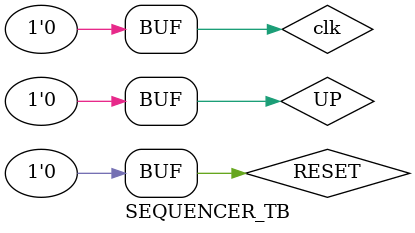
<source format=sv>
`timescale 1 ns/10 ps

module SEQUENCER_TB();
    logic clk;
    localparam T = 20;
    localparam millisecond = 1000000;
    logic sw15,sw14,sw13,sw12,sw11,sw10,sw9,sw8,sw7,sw6,sw5,sw4,sw3,sw2,sw1,sw0;
    logic UP, DOWN, LEFT, RIGHT, CENTER, RESET;
    
    
    // UUT instantiation 
    sequencer UUT(
    .CLK100MHZ(clk),
    .SW0(sw0),
    .SW1(sw1),
    .SW2(sw2),
    .SW3(sw3),
    .SW4(sw4),
    .SW5(sw5),
    .SW6(sw6),
    .SW7(sw7),
    .SW8(sw8),
    .SW9(sw9),
    .SW10(sw10),
    .SW11(sw11),
    .SW12(sw12),
    .SW13(sw13),
    .SW14(sw14),
    .SW15(sw15),
    .BTNU(UP),
    .BTND(DOWN),
    .BTNL(LEFT),
    .BTNR(RIGHT),
    .BTNC(CENTER),
    .CPU_RESETN(RESET)
    );
    
    // Setting clock!
    // 20 ns clock, 10ns high (1'b1), 10ns low (1'b0);
    always
    begin
       clk = 1'b1;
       #(T/2);
       clk = 1'b0;
       #(T/2);
    end
    
    // Reset for half cycle (10ns) to clear any extraneous input
    initial
    begin
      #(20*millisecond);
      RESET = 1'b1;
      #(17*millisecond);
      RESET = 1'b0;
      #(60*millisecond);
      RESET = 1'b1;
      #(17*millisecond);
      RESET = 1'b0;
    end
    
    initial
      begin
        UP = 1;
        #(17*millisecond);
        UP = 0; 
        #(17*millisecond);
        UP = 1;
        #(17*millisecond);
        UP = 0;
        #(17*millisecond);
        UP = 1;
        #(17*millisecond);
        UP = 0;
        #(17*millisecond);
        UP = 1;
        #(17*millisecond);
        UP = 0; 
        #(17*millisecond);
        UP = 1;
        #(17*millisecond);
        UP = 0;
        #(17*millisecond);
        UP = 1;
        #(17*millisecond);
        UP = 0;
        #(17*millisecond);
        UP = 1;
        #(17*millisecond);
        UP = 0; 
        #(17*millisecond);
        UP = 1;
        #(17*millisecond);
        UP = 0;
        #(17*millisecond);
        UP = 1;
        #(17*millisecond);
        UP = 0;
        #(17*millisecond);
        UP = 1;
        #(17*millisecond);
        UP = 0;
        #(17*millisecond);
        UP = 1;
        #(17*millisecond);
        UP = 0; 
        #(17*millisecond);
        UP = 1;
        #(17*millisecond);
        UP = 0;
        #(17*millisecond);
        UP = 1;
        #(17*millisecond);
        UP = 0;
        #(17*millisecond);
        UP = 1;
        #(17*millisecond);
        UP = 0;
        #(17*millisecond);
        UP = 1;
        #(17*millisecond);
        UP = 0; 
        #(17*millisecond);
        UP = 1;
        #(17*millisecond);
        UP = 0;
        #(17*millisecond);
        UP = 1;
        #(17*millisecond);
        UP = 0;
        #(17*millisecond);
      end
 endmodule   
</source>
